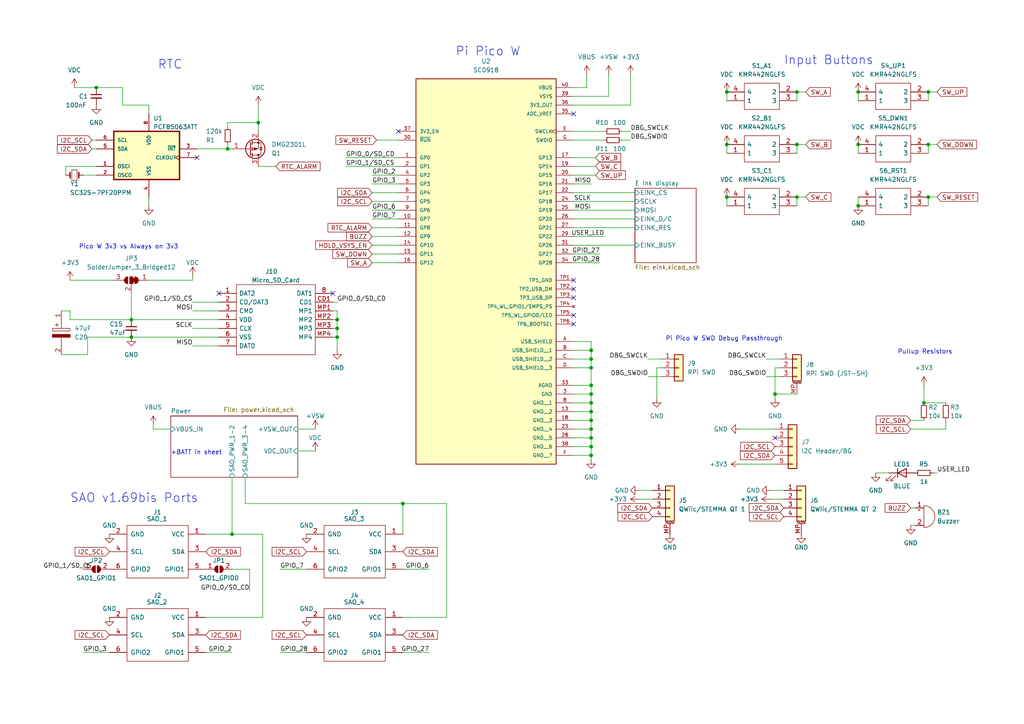
<source format=kicad_sch>
(kicad_sch (version 20211123) (generator eeschema)
  (paper "A4")
  (lib_symbols
    (symbol "Connector_Generic:Conn_01x03" (pin_names (offset 1.016) hide)
      (property "Reference" "J" (at 0 5.08 0))
      (property "Value" "Conn_01x03" (at 0 -5.08 0))
      (symbol "Conn_01x03_1_1"
        (pin passive line (at -5.08 2.54 0) (length 3.81) (name "Pin_1") (number "1"))
        (pin passive line (at -5.08 0 0) (length 3.81) (name "Pin_2") (number "2"))
        (pin passive line (at -5.08 -2.54 0) (length 3.81) (name "Pin_3") (number "3"))
      )
    )
    (symbol "Connector_Generic:Conn_01x05" (pin_names (offset 1.016) hide)
      (property "Reference" "J" (at 0 7.62 0))
      (property "Value" "Conn_01x05" (at 0 -7.62 0))
      (symbol "Conn_01x05_1_1"
        (pin passive line (at -5.08 5.08 0) (length 3.81) (name "Pin_1") (number "1"))
        (pin passive line (at -5.08 2.54 0) (length 3.81) (name "Pin_2") (number "2"))
        (pin passive line (at -5.08 0 0) (length 3.81) (name "Pin_3") (number "3"))
        (pin passive line (at -5.08 -2.54 0) (length 3.81) (name "Pin_4") (number "4"))
        (pin passive line (at -5.08 -5.08 0) (length 3.81) (name "Pin_5") (number "5"))
      )
    )
    (symbol "Connector_Generic_MountingPin:Conn_01x03_MountingPin" (pin_names (offset 1.016) hide)
      (property "Reference" "J" (at 0 5.08 0))
      (property "Value" "Conn_01x03_MountingPin" (at 1.27 -5.08 0))
      (symbol "Conn_01x03_MountingPin_1_1"
        (text "Mounting" (at 0 -4.191 0) (effects (font (size 0.381 0.381))))
        (pin passive line (at -5.08 2.54 0) (length 3.81) (name "Pin_1") (number "1"))
        (pin passive line (at -5.08 0 0) (length 3.81) (name "Pin_2") (number "2"))
        (pin passive line (at -5.08 -2.54 0) (length 3.81) (name "Pin_3") (number "3"))
        (pin passive line (at 0 -7.62 90) (length 3.048) (name "MountPin") (number "MP"))
      )
    )
    (symbol "Connector_Generic_MountingPin:Conn_01x04_MountingPin" (pin_names (offset 1.016) hide)
      (property "Reference" "J" (at 0 5.08 0))
      (property "Value" "Conn_01x04_MountingPin" (at 1.27 -7.62 0))
      (symbol "Conn_01x04_MountingPin_1_1"
        (text "Mounting" (at 0 -6.731 0) (effects (font (size 0.381 0.381))))
        (pin passive line (at -5.08 2.54 0) (length 3.81) (name "Pin_1") (number "1"))
        (pin passive line (at -5.08 0 0) (length 3.81) (name "Pin_2") (number "2"))
        (pin passive line (at -5.08 -2.54 0) (length 3.81) (name "Pin_3") (number "3"))
        (pin passive line (at -5.08 -5.08 0) (length 3.81) (name "Pin_4") (number "4"))
        (pin passive line (at 0 -10.16 90) (length 3.048) (name "MountPin") (number "MP"))
      )
    )
    (symbol "Device:Buzzer" (pin_names (offset 0.0254) hide)
      (property "Reference" "BZ" (at 3.81 1.27 0))
      (property "Value" "Buzzer" (at 3.81 -1.27 0))
      (symbol "Buzzer_1_1"
        (pin passive line (at -2.54 2.54 0) (length 2.54) (name "-") (number "1"))
        (pin passive line (at -2.54 -2.54 0) (length 2.54) (name "+") (number "2"))
      )
    )
    (symbol "Device:C_Small" (pin_numbers hide) (pin_names (offset 0.254) hide)
      (property "Reference" "C" (at 0.254 1.778 0))
      (property "Value" "C_Small" (at 0.254 -2.032 0))
      (symbol "C_Small_1_1"
        (pin passive line (at 0 2.54 270) (length 2.032) (name "~") (number "1"))
        (pin passive line (at 0 -2.54 90) (length 2.032) (name "~") (number "2"))
      )
    )
    (symbol "Device:Crystal_Small" (pin_numbers hide) (pin_names (offset 1.016) hide)
      (property "Reference" "Y" (at 0 2.54 0))
      (property "Value" "Crystal_Small" (at 0 -2.54 0))
      (symbol "Crystal_Small_1_1"
        (pin passive line (at -2.54 0 0) (length 1.27) (name "1") (number "1"))
        (pin passive line (at 2.54 0 180) (length 1.27) (name "2") (number "2"))
      )
    )
    (symbol "Device:LED" (pin_numbers hide) (pin_names (offset 1.016) hide)
      (property "Reference" "D" (at 0 2.54 0))
      (property "Value" "LED" (at 0 -2.54 0))
      (symbol "LED_1_1"
        (pin passive line (at -3.81 0 0) (length 2.54) (name "K") (number "1"))
        (pin passive line (at 3.81 0 180) (length 2.54) (name "A") (number "2"))
      )
    )
    (symbol "Device:R_Small" (pin_numbers hide) (pin_names (offset 0.254) hide)
      (property "Reference" "R" (at 0.762 0.508 0))
      (property "Value" "R_Small" (at 0.762 -1.016 0))
      (symbol "R_Small_1_1"
        (pin passive line (at 0 2.54 270) (length 0.762) (name "~") (number "1"))
        (pin passive line (at 0 -2.54 90) (length 0.762) (name "~") (number "2"))
      )
    )
    (symbol "Jumper:SolderJumper_2_Open" (pin_names (offset 0) hide)
      (property "Reference" "JP" (at 0 2.032 0))
      (property "Value" "SolderJumper_2_Open" (at 0 -2.54 0))
      (symbol "SolderJumper_2_Open_1_1"
        (pin passive line (at -3.81 0 0) (length 2.54) (name "A") (number "1"))
        (pin passive line (at 3.81 0 180) (length 2.54) (name "B") (number "2"))
      )
    )
    (symbol "Jumper:SolderJumper_3_Bridged12" (pin_names (offset 0) hide)
      (property "Reference" "JP" (at -2.54 -2.54 0))
      (property "Value" "SolderJumper_3_Bridged12" (at 0 2.794 0))
      (symbol "SolderJumper_3_Bridged12_1_1"
        (pin passive line (at -5.08 0 0) (length 2.54) (name "A") (number "1"))
        (pin passive line (at 0 -3.81 90) (length 2.54) (name "C") (number "2"))
        (pin passive line (at 5.08 0 180) (length 2.54) (name "B") (number "3"))
      )
    )
    (symbol "PCF85063ATT:PCF85063ATT{slash}AJ" (pin_names (offset 1.016))
      (property "Reference" "U" (at 1.27 19.05 0))
      (property "Value" "PCF85063ATT{slash}AJ" (at 1.27 16.51 0))
      (symbol "PCF85063ATT{slash}AJ_0_0"
        (pin input line (at -15.24 5.08 0) (length 5.08) (name "OSCI") (number "1"))
        (pin output line (at -15.24 2.54 0) (length 5.08) (name "OSCO") (number "2"))
        (pin output line (at 13.97 10.16 180) (length 5.08) (name "~{INT}") (number "3"))
        (pin power_in line (at 0 -3.81 90) (length 5.08) (name "VSS") (number "4"))
        (pin bidirectional line (at -15.24 10.16 0) (length 5.08) (name "SDA") (number "5"))
        (pin input line (at -15.24 12.7 0) (length 5.08) (name "SCL") (number "6"))
        (pin output clock (at 13.97 7.62 180) (length 5.08) (name "CLKOUT") (number "7"))
        (pin power_in line (at 0 20.32 270) (length 5.08) (name "VDD") (number "8"))
      )
    )
    (symbol "SAOv1.69bis:Badgelife_sao_connector_v169bis" (pin_names (offset 1.016))
      (property "Reference" "X" (at 0 0 0))
      (property "Value" "Badgelife_sao_connector_v169bis" (at 0 20.32 0))
      (symbol "Badgelife_sao_connector_v169bis_1_1"
        (pin input line (at -5.08 13.97 270) (length 5.08) (name "VCC") (number "1"))
        (pin input line (at -5.08 -13.97 90) (length 5.08) (name "GND") (number "2"))
        (pin input line (at 0 13.97 270) (length 5.08) (name "SDA") (number "3"))
        (pin input line (at 0 -13.97 90) (length 5.08) (name "SCL") (number "4"))
        (pin input line (at 5.08 13.97 270) (length 5.08) (name "GPIO1") (number "5"))
        (pin input line (at 5.08 -13.97 90) (length 5.08) (name "GPIO2") (number "6"))
      )
    )
    (symbol "SC0918:SC0918" (pin_names (offset 1.016))
      (property "Reference" "U" (at -20.32 43.942 0))
      (property "Value" "SC0918" (at -20.32 -71.12 0))
      (symbol "SC0918_0_0"
        (pin bidirectional line (at -25.4 20.32 0) (length 5.08) (name "GP0") (number "1"))
        (pin bidirectional line (at -25.4 2.54 0) (length 5.08) (name "GP7") (number "10"))
        (pin bidirectional line (at -25.4 0 0) (length 5.08) (name "GP8") (number "11"))
        (pin bidirectional line (at -25.4 -2.54 0) (length 5.08) (name "GP9") (number "12"))
        (pin power_in line (at 25.4 -53.34 180) (length 5.08) (name "GND__2") (number "13"))
        (pin bidirectional line (at -25.4 -5.08 0) (length 5.08) (name "GP10") (number "14"))
        (pin bidirectional line (at -25.4 -7.62 0) (length 5.08) (name "GP11") (number "15"))
        (pin bidirectional line (at -25.4 -10.16 0) (length 5.08) (name "GP12") (number "16"))
        (pin bidirectional line (at 25.4 20.32 180) (length 5.08) (name "GP13") (number "17"))
        (pin power_in line (at 25.4 -55.88 180) (length 5.08) (name "GND__3") (number "18"))
        (pin bidirectional line (at 25.4 17.78 180) (length 5.08) (name "GP14") (number "19"))
        (pin bidirectional line (at -25.4 17.78 0) (length 5.08) (name "GP1") (number "2"))
        (pin bidirectional line (at 25.4 15.24 180) (length 5.08) (name "GP15") (number "20"))
        (pin bidirectional line (at 25.4 12.7 180) (length 5.08) (name "GP16") (number "21"))
        (pin bidirectional line (at 25.4 10.16 180) (length 5.08) (name "GP17") (number "22"))
        (pin power_in line (at 25.4 -58.42 180) (length 5.08) (name "GND__4") (number "23"))
        (pin bidirectional line (at 25.4 7.62 180) (length 5.08) (name "GP18") (number "24"))
        (pin bidirectional line (at 25.4 5.08 180) (length 5.08) (name "GP19") (number "25"))
        (pin bidirectional line (at 25.4 2.54 180) (length 5.08) (name "GP20") (number "26"))
        (pin bidirectional line (at 25.4 0 180) (length 5.08) (name "GP21") (number "27"))
        (pin power_in line (at 25.4 -60.96 180) (length 5.08) (name "GND__5") (number "28"))
        (pin bidirectional line (at 25.4 -2.54 180) (length 5.08) (name "GP22") (number "29"))
        (pin power_in line (at 25.4 -48.26 180) (length 5.08) (name "GND") (number "3"))
        (pin input line (at -25.4 25.4 0) (length 5.08) (name "~{RUN}") (number "30"))
        (pin bidirectional line (at 25.4 -5.08 180) (length 5.08) (name "GP26") (number "31"))
        (pin bidirectional line (at 25.4 -7.62 180) (length 5.08) (name "GP27") (number "32"))
        (pin power_in line (at 25.4 -45.72 180) (length 5.08) (name "AGND") (number "33"))
        (pin bidirectional line (at 25.4 -10.16 180) (length 5.08) (name "GP28") (number "34"))
        (pin power_in line (at 25.4 33.02 180) (length 5.08) (name "ADC_VREF") (number "35"))
        (pin power_out line (at 25.4 35.56 180) (length 5.08) (name "3V3_OUT") (number "36"))
        (pin input line (at -25.4 27.94 0) (length 5.08) (name "3V3_EN") (number "37"))
        (pin power_in line (at 25.4 -63.5 180) (length 5.08) (name "GND__6") (number "38"))
        (pin power_in line (at 25.4 38.1 180) (length 5.08) (name "VSYS") (number "39"))
        (pin bidirectional line (at -25.4 15.24 0) (length 5.08) (name "GP2") (number "4"))
        (pin power_out line (at 25.4 40.64 180) (length 5.08) (name "VBUS") (number "40"))
        (pin bidirectional line (at -25.4 12.7 0) (length 5.08) (name "GP3") (number "5"))
        (pin bidirectional line (at -25.4 10.16 0) (length 5.08) (name "GP4") (number "6"))
        (pin bidirectional line (at -25.4 7.62 0) (length 5.08) (name "GP5") (number "7"))
        (pin power_in line (at 25.4 -50.8 180) (length 5.08) (name "GND__1") (number "8"))
        (pin bidirectional line (at -25.4 5.08 0) (length 5.08) (name "GP6") (number "9"))
        (pin power_in line (at 25.4 -33.02 180) (length 5.08) (name "USB_SHIELD") (number "A"))
        (pin power_in line (at 25.4 -35.56 180) (length 5.08) (name "USB_SHIELD__1") (number "B"))
        (pin power_in line (at 25.4 -38.1 180) (length 5.08) (name "USB_SHIELD__2") (number "C"))
        (pin power_in line (at 25.4 -40.64 180) (length 5.08) (name "USB_SHIELD__3") (number "D"))
        (pin input clock (at 25.4 27.94 180) (length 5.08) (name "SWCLK") (number "E"))
        (pin power_in line (at 25.4 -66.04 180) (length 5.08) (name "GND__7") (number "F"))
        (pin bidirectional line (at 25.4 25.4 180) (length 5.08) (name "SWDIO") (number "G"))
        (pin power_in line (at 25.4 -15.24 180) (length 5.08) (name "TP1_GND") (number "TP1"))
        (pin bidirectional line (at 25.4 -17.78 180) (length 5.08) (name "TP2_USB_DM") (number "TP2"))
        (pin bidirectional line (at 25.4 -20.32 180) (length 5.08) (name "TP3_USB_DP") (number "TP3"))
        (pin no_connect line (at 25.4 -22.86 180) (length 5.08) (name "TP4_WL_GPIO1/SMPS_PS") (number "TP4"))
        (pin output line (at 25.4 -25.4 180) (length 5.08) (name "TP5_WL_GPIO0/LED") (number "TP5"))
        (pin input line (at 25.4 -27.94 180) (length 5.08) (name "TP6_BOOTSEL") (number "TP6"))
      )
    )
    (symbol "SamacSys_Parts:HHXC250ARA470MF61G" (pin_names (offset 0.762))
      (property "Reference" "C" (at 8.89 6.35 0))
      (property "Value" "HHXC250ARA470MF61G" (at 8.89 3.81 0))
      (symbol "HHXC250ARA470MF61G_0_0"
        (pin passive line (at 0 0 0) (length 2.54) (name "~") (number "1"))
        (pin passive line (at 12.7 0 180) (length 2.54) (name "~") (number "2"))
      )
    )
    (symbol "SamacSys_Parts:KMR442NGLFS" (pin_names (offset 0.762))
      (property "Reference" "S_A" (at 10.16 7.62 0))
      (property "Value" "KMR442NGLFS" (at 10.16 5.08 0))
      (symbol "KMR442NGLFS_0_0"
        (pin passive line (at 0 -2.54 0) (length 5.08) (name "1") (number "1"))
        (pin passive line (at 20.32 0 180) (length 5.08) (name "2") (number "2"))
        (pin passive line (at 20.32 -2.54 180) (length 5.08) (name "3") (number "3"))
        (pin passive line (at 0 0 0) (length 5.08) (name "4") (number "4"))
      )
    )
    (symbol "SamacSys_Parts:TF-101A-P3" (pin_names (offset 0.762))
      (property "Reference" "J" (at 29.21 7.62 0))
      (property "Value" "TF-101A-P3" (at 29.21 5.08 0))
      (symbol "TF-101A-P3_0_0"
        (pin passive line (at 0 0 0) (length 5.08) (name "DAT2") (number "1"))
        (pin passive line (at 0 -2.54 0) (length 5.08) (name "CD/DAT3") (number "2"))
        (pin passive line (at 0 -5.08 0) (length 5.08) (name "CMD") (number "3"))
        (pin passive line (at 0 -7.62 0) (length 5.08) (name "VDD") (number "4"))
        (pin passive line (at 0 -10.16 0) (length 5.08) (name "CLX") (number "5"))
        (pin passive line (at 0 -12.7 0) (length 5.08) (name "VSS") (number "6"))
        (pin passive line (at 0 -15.24 0) (length 5.08) (name "DAT0") (number "7"))
        (pin passive line (at 33.02 0 180) (length 5.08) (name "DAT1") (number "8"))
        (pin passive line (at 33.02 -2.54 180) (length 5.08) (name "CD1") (number "CD1"))
        (pin passive line (at 33.02 -5.08 180) (length 5.08) (name "MP1") (number "MP1"))
        (pin passive line (at 33.02 -7.62 180) (length 5.08) (name "MP2") (number "MP2"))
        (pin passive line (at 33.02 -10.16 180) (length 5.08) (name "MP3") (number "MP3"))
        (pin passive line (at 33.02 -12.7 180) (length 5.08) (name "MP4") (number "MP4"))
      )
    )
    (symbol "Transistor_FET:DMG2301L" (pin_names hide)
      (property "Reference" "Q" (at 5.08 1.905 0))
      (property "Value" "DMG2301L" (at 5.08 0 0))
      (symbol "DMG2301L_1_1"
        (pin input line (at -5.08 0 0) (length 2.54) (name "G") (number "1"))
        (pin passive line (at 2.54 -5.08 90) (length 2.54) (name "S") (number "2"))
        (pin passive line (at 2.54 5.08 270) (length 2.54) (name "D") (number "3"))
      )
    )
    (symbol "power:+3V3" (power) (pin_names (offset 0))
      (property "Value" "+3V3" (at 0 3.556 0))
      (symbol "+3V3_1_1"
        (pin power_in line (at 0 0 90) (length 0) hide (name "+3V3") (number "1"))
      )
    )
    (symbol "power:+VSW" (power) (pin_names (offset 0))
      (property "Value" "+VSW" (at 0 3.556 0))
      (symbol "+VSW_1_1"
        (pin power_in line (at 0 0 90) (length 0) hide (name "+VSW") (number "1"))
      )
    )
    (symbol "power:GND" (power) (pin_names (offset 0))
      (property "Value" "GND" (at 0 -3.81 0))
      (symbol "GND_1_1"
        (pin power_in line (at 0 0 270) (length 0) hide (name "GND") (number "1"))
      )
    )
    (symbol "power:VBUS" (power) (pin_names (offset 0))
      (property "Value" "VBUS" (at 0 3.81 0))
      (symbol "VBUS_1_1"
        (pin power_in line (at 0 0 90) (length 0) hide (name "VBUS") (number "1"))
      )
    )
    (symbol "power:VDC" (power) (pin_names (offset 0))
      (property "Value" "VDC" (at 0 6.35 0))
      (symbol "VDC_1_1"
        (pin power_in line (at 0 0 90) (length 0) hide (name "VDC") (number "1"))
      )
    )
  )
  (junction (at 248.92 26.67))
  (junction (at 67.31 154.94))
  (junction (at 248.92 59.69))
  (junction (at 248.92 41.91))
  (junction (at 97.79 95.25))
  (junction (at 116.84 146.05))
  (junction (at 210.82 57.15))
  (junction (at 171.45 101.6))
  (junction (at 231.14 41.91))
  (junction (at 224.79 114.3))
  (junction (at 171.45 111.76))
  (junction (at 231.14 57.15))
  (junction (at 171.45 132.08))
  (junction (at 171.45 104.14))
  (junction (at 269.24 57.15))
  (junction (at 38.1 97.79))
  (junction (at 38.1 92.71))
  (junction (at 97.79 92.71))
  (junction (at 210.82 41.91))
  (junction (at 171.45 119.38))
  (junction (at 171.45 129.54))
  (junction (at 231.14 26.67))
  (junction (at 66.04 43.18))
  (junction (at 267.97 116.84))
  (junction (at 210.82 26.67))
  (junction (at 171.45 127))
  (junction (at 171.45 114.3))
  (junction (at 74.93 35.56))
  (junction (at 171.45 121.92))
  (junction (at 171.45 116.84))
  (junction (at 27.94 25.4))
  (junction (at 97.79 97.79))
  (junction (at 269.24 41.91))
  (junction (at 171.45 106.68))
  (junction (at 171.45 124.46))
  (junction (at 269.24 26.67))
  (no_connect (at 57.15 45.72))
  (no_connect (at 63.5 85.09))
  (no_connect (at 166.37 86.36))
  (no_connect (at 115.57 38.1))
  (no_connect (at 166.37 83.82))
  (no_connect (at 166.37 81.28))
  (no_connect (at 96.52 85.09))
  (no_connect (at 166.37 91.44))
  (no_connect (at 166.37 33.02))
  (no_connect (at 224.79 127))
  (no_connect (at 166.37 93.98))
  (wire (pts (xy 182.88 30.48) (xy 182.88 21.59)))
  (wire (pts (xy 166.37 55.88) (xy 184.15 55.88)))
  (wire (pts (xy 231.14 26.67) (xy 233.68 26.67)))
  (wire (pts (xy 24.13 50.8) (xy 27.94 50.8)))
  (wire (pts (xy 44.45 124.46) (xy 49.53 124.46)))
  (wire (pts (xy 231.14 114.3) (xy 224.79 114.3)))
  (wire (pts (xy 72.39 171.45) (xy 72.39 165.1)))
  (wire (pts (xy 86.36 124.46) (xy 91.44 124.46)))
  (wire (pts (xy 264.16 147.32) (xy 265.43 147.32)))
  (wire (pts (xy 226.06 106.68) (xy 224.79 106.68)))
  (wire (pts (xy 166.37 63.5) (xy 184.15 63.5)))
  (wire (pts (xy 170.18 21.59) (xy 170.18 25.4)))
  (wire (pts (xy 264.16 124.46) (xy 274.32 124.46)))
  (wire (pts (xy 107.95 66.04) (xy 115.57 66.04)))
  (wire (pts (xy 19.05 48.26) (xy 27.94 48.26)))
  (wire (pts (xy 43.18 81.28) (xy 55.88 81.28)))
  (wire (pts (xy 107.95 76.2) (xy 115.57 76.2)))
  (wire (pts (xy 74.93 48.26) (xy 80.01 48.26)))
  (wire (pts (xy 26.67 40.64) (xy 27.94 40.64)))
  (wire (pts (xy 269.24 41.91) (xy 271.78 41.91)))
  (wire (pts (xy 24.13 189.23) (xy 31.75 189.23)))
  (wire (pts (xy 171.45 104.14) (xy 166.37 104.14)))
  (wire (pts (xy 171.45 121.92) (xy 171.45 124.46)))
  (wire (pts (xy 166.37 40.64) (xy 175.26 40.64)))
  (wire (pts (xy 96.52 92.71) (xy 97.79 92.71)))
  (wire (pts (xy 72.39 165.1) (xy 67.31 165.1)))
  (wire (pts (xy 166.37 99.06) (xy 171.45 99.06)))
  (wire (pts (xy 166.37 58.42) (xy 184.15 58.42)))
  (wire (pts (xy 116.84 179.07) (xy 129.54 179.07)))
  (wire (pts (xy 171.45 116.84) (xy 171.45 119.38)))
  (wire (pts (xy 17.78 102.87) (xy 25.4 102.87)))
  (wire (pts (xy 107.95 71.12) (xy 115.57 71.12)))
  (wire (pts (xy 267.97 116.84) (xy 274.32 116.84)))
  (wire (pts (xy 182.88 38.1) (xy 180.34 38.1)))
  (wire (pts (xy 35.56 30.48) (xy 35.56 25.4)))
  (wire (pts (xy 171.45 99.06) (xy 171.45 101.6)))
  (wire (pts (xy 35.56 30.48) (xy 43.18 30.48)))
  (wire (pts (xy 57.15 43.18) (xy 66.04 43.18)))
  (wire (pts (xy 224.79 114.3) (xy 224.79 115.57)))
  (wire (pts (xy 185.42 144.78) (xy 189.23 144.78)))
  (wire (pts (xy 166.37 116.84) (xy 171.45 116.84)))
  (wire (pts (xy 166.37 132.08) (xy 171.45 132.08)))
  (wire (pts (xy 248.92 26.67) (xy 248.92 29.21)))
  (wire (pts (xy 129.54 146.05) (xy 116.84 146.05)))
  (wire (pts (xy 254 137.16) (xy 257.81 137.16)))
  (wire (pts (xy 100.33 48.26) (xy 115.57 48.26)))
  (wire (pts (xy 44.45 123.19) (xy 44.45 124.46)))
  (wire (pts (xy 191.77 106.68) (xy 190.5 106.68)))
  (wire (pts (xy 224.79 106.68) (xy 224.79 114.3)))
  (wire (pts (xy 176.53 27.94) (xy 176.53 21.59)))
  (wire (pts (xy 171.45 114.3) (xy 171.45 116.84)))
  (wire (pts (xy 107.95 68.58) (xy 115.57 68.58)))
  (wire (pts (xy 171.45 129.54) (xy 171.45 132.08)))
  (wire (pts (xy 166.37 27.94) (xy 176.53 27.94)))
  (wire (pts (xy 214.63 124.46) (xy 224.79 124.46)))
  (wire (pts (xy 171.45 119.38) (xy 171.45 121.92)))
  (wire (pts (xy 67.31 154.94) (xy 76.2 154.94)))
  (wire (pts (xy 231.14 57.15) (xy 231.14 59.69)))
  (wire (pts (xy 171.45 127) (xy 171.45 129.54)))
  (wire (pts (xy 264.16 121.92) (xy 267.97 121.92)))
  (wire (pts (xy 107.95 53.34) (xy 115.57 53.34)))
  (wire (pts (xy 269.24 26.67) (xy 271.78 26.67)))
  (wire (pts (xy 171.45 111.76) (xy 171.45 114.3)))
  (wire (pts (xy 274.32 124.46) (xy 274.32 121.92)))
  (wire (pts (xy 67.31 189.23) (xy 59.69 189.23)))
  (wire (pts (xy 166.37 66.04) (xy 184.15 66.04)))
  (wire (pts (xy 166.37 50.8) (xy 172.72 50.8)))
  (wire (pts (xy 81.28 189.23) (xy 88.9 189.23)))
  (wire (pts (xy 38.1 97.79) (xy 63.5 97.79)))
  (wire (pts (xy 107.95 55.88) (xy 115.57 55.88)))
  (wire (pts (xy 171.45 101.6) (xy 171.45 104.14)))
  (wire (pts (xy 96.52 97.79) (xy 97.79 97.79)))
  (wire (pts (xy 166.37 124.46) (xy 171.45 124.46)))
  (wire (pts (xy 187.96 104.14) (xy 191.77 104.14)))
  (wire (pts (xy 166.37 127) (xy 171.45 127)))
  (wire (pts (xy 166.37 48.26) (xy 172.72 48.26)))
  (wire (pts (xy 166.37 71.12) (xy 184.15 71.12)))
  (wire (pts (xy 269.24 41.91) (xy 269.24 44.45)))
  (wire (pts (xy 43.18 33.02) (xy 43.18 30.48)))
  (wire (pts (xy 74.93 35.56) (xy 74.93 38.1)))
  (wire (pts (xy 20.32 92.71) (xy 38.1 92.71)))
  (wire (pts (xy 166.37 119.38) (xy 171.45 119.38)))
  (wire (pts (xy 97.79 95.25) (xy 97.79 97.79)))
  (wire (pts (xy 26.67 165.1) (xy 24.13 165.1)))
  (wire (pts (xy 214.63 134.62) (xy 224.79 134.62)))
  (wire (pts (xy 166.37 53.34) (xy 171.45 53.34)))
  (wire (pts (xy 66.04 35.56) (xy 66.04 36.83)))
  (wire (pts (xy 166.37 101.6) (xy 171.45 101.6)))
  (wire (pts (xy 43.18 57.15) (xy 43.18 59.69)))
  (wire (pts (xy 71.12 138.43) (xy 71.12 146.05)))
  (wire (pts (xy 107.95 60.96) (xy 115.57 60.96)))
  (wire (pts (xy 231.14 41.91) (xy 231.14 44.45)))
  (wire (pts (xy 166.37 38.1) (xy 175.26 38.1)))
  (wire (pts (xy 171.45 104.14) (xy 171.45 106.68)))
  (wire (pts (xy 55.88 87.63) (xy 63.5 87.63)))
  (wire (pts (xy 269.24 57.15) (xy 269.24 59.69)))
  (wire (pts (xy 166.37 60.96) (xy 184.15 60.96)))
  (wire (pts (xy 55.88 95.25) (xy 63.5 95.25)))
  (wire (pts (xy 166.37 129.54) (xy 171.45 129.54)))
  (wire (pts (xy 25.4 97.79) (xy 38.1 97.79)))
  (wire (pts (xy 97.79 97.79) (xy 97.79 101.6)))
  (wire (pts (xy 107.95 63.5) (xy 115.57 63.5)))
  (wire (pts (xy 210.82 57.15) (xy 210.82 59.69)))
  (wire (pts (xy 269.24 57.15) (xy 271.78 57.15)))
  (wire (pts (xy 96.52 90.17) (xy 97.79 90.17)))
  (wire (pts (xy 20.32 92.71) (xy 20.32 90.17)))
  (wire (pts (xy 270.51 137.16) (xy 271.78 137.16)))
  (wire (pts (xy 109.22 40.64) (xy 115.57 40.64)))
  (wire (pts (xy 267.97 111.76) (xy 267.97 116.84)))
  (wire (pts (xy 116.84 146.05) (xy 116.84 154.94)))
  (wire (pts (xy 185.42 142.24) (xy 189.23 142.24)))
  (wire (pts (xy 182.88 40.64) (xy 180.34 40.64)))
  (wire (pts (xy 231.14 26.67) (xy 231.14 29.21)))
  (wire (pts (xy 187.96 109.22) (xy 191.77 109.22)))
  (wire (pts (xy 71.12 146.05) (xy 116.84 146.05)))
  (wire (pts (xy 35.56 25.4) (xy 27.94 25.4)))
  (wire (pts (xy 20.32 90.17) (xy 17.78 90.17)))
  (wire (pts (xy 124.46 189.23) (xy 116.84 189.23)))
  (wire (pts (xy 19.05 48.26) (xy 19.05 50.8)))
  (wire (pts (xy 76.2 154.94) (xy 76.2 179.07)))
  (wire (pts (xy 222.25 104.14) (xy 226.06 104.14)))
  (wire (pts (xy 269.24 26.67) (xy 269.24 29.21)))
  (wire (pts (xy 166.37 111.76) (xy 171.45 111.76)))
  (wire (pts (xy 21.59 25.4) (xy 27.94 25.4)))
  (wire (pts (xy 171.45 132.08) (xy 171.45 133.35)))
  (wire (pts (xy 107.95 73.66) (xy 115.57 73.66)))
  (wire (pts (xy 97.79 92.71) (xy 97.79 95.25)))
  (wire (pts (xy 67.31 154.94) (xy 59.69 154.94)))
  (wire (pts (xy 231.14 41.91) (xy 233.68 41.91)))
  (wire (pts (xy 129.54 179.07) (xy 129.54 146.05)))
  (wire (pts (xy 171.45 124.46) (xy 171.45 127)))
  (wire (pts (xy 55.88 90.17) (xy 63.5 90.17)))
  (wire (pts (xy 166.37 68.58) (xy 175.26 68.58)))
  (wire (pts (xy 55.88 100.33) (xy 63.5 100.33)))
  (wire (pts (xy 76.2 179.07) (xy 59.69 179.07)))
  (wire (pts (xy 248.92 41.91) (xy 248.92 44.45)))
  (wire (pts (xy 55.88 81.28) (xy 55.88 80.01)))
  (wire (pts (xy 107.95 50.8) (xy 115.57 50.8)))
  (wire (pts (xy 223.52 142.24) (xy 227.33 142.24)))
  (wire (pts (xy 166.37 30.48) (xy 182.88 30.48)))
  (wire (pts (xy 81.28 165.1) (xy 88.9 165.1)))
  (wire (pts (xy 166.37 114.3) (xy 171.45 114.3)))
  (wire (pts (xy 66.04 43.18) (xy 67.31 43.18)))
  (wire (pts (xy 96.52 87.63) (xy 97.79 87.63)))
  (wire (pts (xy 190.5 106.68) (xy 190.5 115.57)))
  (wire (pts (xy 124.46 165.1) (xy 116.84 165.1)))
  (wire (pts (xy 38.1 85.09) (xy 38.1 92.71)))
  (wire (pts (xy 210.82 26.67) (xy 210.82 29.21)))
  (wire (pts (xy 100.33 45.72) (xy 115.57 45.72)))
  (wire (pts (xy 86.36 130.81) (xy 91.44 130.81)))
  (wire (pts (xy 96.52 95.25) (xy 97.79 95.25)))
  (wire (pts (xy 166.37 106.68) (xy 171.45 106.68)))
  (wire (pts (xy 166.37 121.92) (xy 171.45 121.92)))
  (wire (pts (xy 173.99 73.66) (xy 166.37 73.66)))
  (wire (pts (xy 222.25 109.22) (xy 226.06 109.22)))
  (wire (pts (xy 210.82 41.91) (xy 210.82 44.45)))
  (wire (pts (xy 67.31 138.43) (xy 67.31 154.94)))
  (wire (pts (xy 166.37 45.72) (xy 172.72 45.72)))
  (wire (pts (xy 107.95 58.42) (xy 115.57 58.42)))
  (wire (pts (xy 248.92 57.15) (xy 248.92 59.69)))
  (wire (pts (xy 171.45 106.68) (xy 171.45 111.76)))
  (wire (pts (xy 66.04 35.56) (xy 74.93 35.56)))
  (wire (pts (xy 173.99 76.2) (xy 166.37 76.2)))
  (wire (pts (xy 66.04 41.91) (xy 66.04 43.18)))
  (wire (pts (xy 170.18 25.4) (xy 166.37 25.4)))
  (wire (pts (xy 25.4 102.87) (xy 25.4 97.79)))
  (wire (pts (xy 264.16 152.4) (xy 265.43 152.4)))
  (wire (pts (xy 74.93 30.48) (xy 74.93 35.56)))
  (wire (pts (xy 26.67 43.18) (xy 27.94 43.18)))
  (wire (pts (xy 38.1 92.71) (xy 63.5 92.71)))
  (wire (pts (xy 20.32 81.28) (xy 33.02 81.28)))
  (wire (pts (xy 97.79 90.17) (xy 97.79 92.71)))
  (wire (pts (xy 223.52 144.78) (xy 227.33 144.78)))
  (wire (pts (xy 231.14 57.15) (xy 233.68 57.15)))
  (text "RTC" (at 45.72 20.32 0) (effects (font (size 2.54 2.54)) (justify left bottom)))
  (text "SAO v1.69bis Ports\n" (at 20.32 146.05 0) (effects (font (size 2.54 2.54)) (justify left bottom)))
  (text "Pullup Resistors\n" (at 260.35 102.87 0) (effects (font (size 1.27 1.27)) (justify left bottom)))
  (text "+BATT in sheet" (at 49.53 132.08 0) (effects (font (size 1.27 1.27)) (justify left bottom)))
  (text "Input Buttons\n" (at 227.33 19.05 0) (effects (font (size 2.54 2.54)) (justify left bottom)))
  (text "Pico W 3v3 vs Always on 3v3" (at 22.86 72.39 0) (effects (font (size 1.27 1.27)) (justify left bottom)))
  (text "Pi Pico W\n" (at 132.08 16.51 0) (effects (font (size 2.54 2.54)) (justify left bottom)))
  (text "Pi Pico W SWD Debug Passthrough" (at 193.04 99.06 0) (effects (font (size 1.27 1.27)) (justify left bottom)))
  (label "MISO" (at 171.45 53.34 180))
  (label "GPIO_1{slash}SD_CS" (at 55.88 87.63 180))
  (label "GPIO_3" (at 107.95 53.34 0))
  (label "DBG_SWCLK" (at 187.96 104.14 180))
  (label "DBG_SWDIO" (at 182.88 40.64 0))
  (label "GPIO_0{slash}SD_CD" (at 97.79 87.63 0))
  (label "MOSI" (at 171.45 60.96 180))
  (label "GPIO_6" (at 107.95 60.96 0))
  (label "GPIO_2" (at 107.95 50.8 0))
  (label "GPIO_27" (at 173.99 73.66 180))
  (label "GPIO_1{slash}SD_CS" (at 26.67 165.1 180))
  (label "SCLK" (at 171.45 58.42 180))
  (label "GPIO_27" (at 124.46 189.23 180))
  (label "GPIO_7" (at 81.28 165.1 0))
  (label "GPIO_1{slash}SD_CS" (at 100.33 48.26 0))
  (label "MOSI" (at 55.88 90.17 180))
  (label "GPIO_3" (at 24.13 189.23 0))
  (label "GPIO_2" (at 67.31 189.23 180))
  (label "SCLK" (at 55.88 95.25 180))
  (label "MISO" (at 55.88 100.33 180))
  (label "USER_LED" (at 175.26 68.58 180))
  (label "GPIO_28" (at 81.28 189.23 0))
  (label "GPIO_7" (at 107.95 63.5 0))
  (label "DBG_SWDIO" (at 222.25 109.22 180))
  (label "USER_LED" (at 271.78 137.16 0))
  (label "DBG_SWDIO" (at 187.96 109.22 180))
  (label "GPIO_28" (at 173.99 76.2 180))
  (label "GPIO_0{slash}SD_CD" (at 100.33 45.72 0))
  (label "DBG_SWCLK" (at 182.88 38.1 0))
  (label "DBG_SWCLK" (at 222.25 104.14 180))
  (label "GPIO_0{slash}SD_CD" (at 72.39 171.45 180))
  (label "GPIO_6" (at 124.46 165.1 180))
  (global_label "I2C_SDA" (shape input) (at 107.95 55.88 180) (property "Intersheet References" "${INTERSHEET_REFS}" (effects hide)))
  (global_label "BUZZ" (shape input) (at 107.95 68.58 180) (property "Intersheet References" "${INTERSHEET_REFS}" (effects hide)))
  (global_label "I2C_SDA" (shape input) (at 116.84 160.02 0) (property "Intersheet References" "${INTERSHEET_REFS}" (effects hide)))
  (global_label "SW_UP" (shape input) (at 172.72 50.8 0) (property "Intersheet References" "${INTERSHEET_REFS}" (effects hide)))
  (global_label "RTC_ALARM" (shape input) (at 107.95 66.04 180) (property "Intersheet References" "${INTERSHEET_REFS}" (effects hide)))
  (global_label "SW_UP" (shape input) (at 271.78 26.67 0) (property "Intersheet References" "${INTERSHEET_REFS}" (effects hide)))
  (global_label "SW_C" (shape input) (at 233.68 57.15 0) (property "Intersheet References" "${INTERSHEET_REFS}" (effects hide)))
  (global_label "SW_C" (shape input) (at 172.72 48.26 0) (property "Intersheet References" "${INTERSHEET_REFS}" (effects hide)))
  (global_label "I2C_SCL" (shape input) (at 26.67 40.64 180) (property "Intersheet References" "${INTERSHEET_REFS}" (effects hide)))
  (global_label "I2C_SCL" (shape input) (at 88.9 160.02 180) (property "Intersheet References" "${INTERSHEET_REFS}" (effects hide)))
  (global_label "SW_DOWN" (shape input) (at 107.95 73.66 180) (property "Intersheet References" "${INTERSHEET_REFS}" (effects hide)))
  (global_label "I2C_SDA" (shape input) (at 224.79 132.08 180) (property "Intersheet References" "${INTERSHEET_REFS}" (effects hide)))
  (global_label "I2C_SCL" (shape input) (at 189.23 149.86 180) (property "Intersheet References" "${INTERSHEET_REFS}" (effects hide)))
  (global_label "I2C_SCL" (shape input) (at 88.9 184.15 180) (property "Intersheet References" "${INTERSHEET_REFS}" (effects hide)))
  (global_label "I2C_SDA" (shape input) (at 264.16 121.92 180) (property "Intersheet References" "${INTERSHEET_REFS}" (effects hide)))
  (global_label "I2C_SCL" (shape input) (at 224.79 129.54 180) (property "Intersheet References" "${INTERSHEET_REFS}" (effects hide)))
  (global_label "I2C_SDA" (shape input) (at 59.69 160.02 0) (property "Intersheet References" "${INTERSHEET_REFS}" (effects hide)))
  (global_label "I2C_SCL" (shape input) (at 107.95 58.42 180) (property "Intersheet References" "${INTERSHEET_REFS}" (effects hide)))
  (global_label "I2C_SCL" (shape input) (at 31.75 160.02 180) (property "Intersheet References" "${INTERSHEET_REFS}" (effects hide)))
  (global_label "SW_DOWN" (shape input) (at 271.78 41.91 0) (property "Intersheet References" "${INTERSHEET_REFS}" (effects hide)))
  (global_label "SW_B" (shape input) (at 172.72 45.72 0) (property "Intersheet References" "${INTERSHEET_REFS}" (effects hide)))
  (global_label "RTC_ALARM" (shape input) (at 80.01 48.26 0) (property "Intersheet References" "${INTERSHEET_REFS}" (effects hide)))
  (global_label "I2C_SDA" (shape input) (at 227.33 147.32 180) (property "Intersheet References" "${INTERSHEET_REFS}" (effects hide)))
  (global_label "I2C_SCL" (shape input) (at 227.33 149.86 180) (property "Intersheet References" "${INTERSHEET_REFS}" (effects hide)))
  (global_label "SW_A" (shape input) (at 233.68 26.67 0) (property "Intersheet References" "${INTERSHEET_REFS}" (effects hide)))
  (global_label "I2C_SDA" (shape input) (at 26.67 43.18 180) (property "Intersheet References" "${INTERSHEET_REFS}" (effects hide)))
  (global_label "SW_A" (shape input) (at 107.95 76.2 180) (property "Intersheet References" "${INTERSHEET_REFS}" (effects hide)))
  (global_label "HOLD_VSYS_EN" (shape input) (at 107.95 71.12 180) (property "Intersheet References" "${INTERSHEET_REFS}" (effects hide)))
  (global_label "SW_RESET" (shape input) (at 109.22 40.64 180) (property "Intersheet References" "${INTERSHEET_REFS}" (effects hide)))
  (global_label "I2C_SDA" (shape input) (at 59.69 184.15 0) (property "Intersheet References" "${INTERSHEET_REFS}" (effects hide)))
  (global_label "BUZZ" (shape input) (at 264.16 147.32 180) (property "Intersheet References" "${INTERSHEET_REFS}" (effects hide)))
  (global_label "I2C_SCL" (shape input) (at 264.16 124.46 180) (property "Intersheet References" "${INTERSHEET_REFS}" (effects hide)))
  (global_label "I2C_SDA" (shape input) (at 189.23 147.32 180) (property "Intersheet References" "${INTERSHEET_REFS}" (effects hide)))
  (global_label "SW_RESET" (shape input) (at 271.78 57.15 0) (property "Intersheet References" "${INTERSHEET_REFS}" (effects hide)))
  (global_label "SW_B" (shape input) (at 233.68 41.91 0) (property "Intersheet References" "${INTERSHEET_REFS}" (effects hide)))
  (global_label "I2C_SDA" (shape input) (at 116.84 184.15 0) (property "Intersheet References" "${INTERSHEET_REFS}" (effects hide)))
  (global_label "I2C_SCL" (shape input) (at 31.75 184.15 180) (property "Intersheet References" "${INTERSHEET_REFS}" (effects hide)))
  (symbol (lib_id "power:GND") (at 171.45 133.35 0) (unit 1)
    (property "Reference" "#PWR022" (effects hide))
    (property "Value" "GND" (at 171.45 138.43 0))
  )
  (symbol (lib_id "power:GND") (at 27.94 30.48 0) (unit 1)
    (property "Reference" "#PWR0105" (effects hide))
    (property "Value" "GND" (at 27.94 35.56 0))
  )
  (symbol (lib_id "power:GND") (at 248.92 59.69 0) (unit 1)
    (property "Reference" "#PWR012" (effects hide))
    (property "Value" "GND" (at 248.92 64.77 0))
  )
  (symbol (lib_id "power:VBUS") (at 170.18 21.59 0) (unit 1)
    (property "Reference" "#PWR021" (effects hide))
    (property "Value" "VBUS" (at 170.18 16.51 0))
  )
  (symbol (lib_id "SamacSys_Parts:KMR442NGLFS") (at 210.82 41.91 0) (unit 1)
    (property "Reference" "S2_B1" (at 220.98 34.29 0))
    (property "Value" "KMR442NGLFS" (at 220.98 36.83 0))
    (property "Footprint" "KMR442NGLFS:KMR442NGLFS_CNK" (effects hide))
    (property "Datasheet" "https://www.ckswitches.com/media/1480/kmr4.pdf" (effects hide))
    (property "Description" "KMR442NGLFS (Tactile Switches)" (effects hide))
    (property "Mouser Part Number" "611-KMR442NGLFS" (effects hide))
    (property "Mouser Price/Stock" "https://www.mouser.co.uk/ProductDetail/CK/KMR442NGLFS?qs=sb%252But3Lm4x3dxgqB8spDkw%3D%3D" (effects hide))
    (property "Manufacturer_Name" "C & K COMPONENTS" (effects hide))
    (property "Manufacturer_Part_Number" "KMR442NGLFS" (effects hide))
    (property "Arrow Price/Stock" "https://www.arrow.com/en/products/kmr442nglfs/ck" (effects hide))
    (property "Arrow Part Number " "KMR442NGLFS" (effects hide))
  )
  (symbol (lib_id "Connector_Generic_MountingPin:Conn_01x04_MountingPin") (at 232.41 144.78 0) (unit 1)
    (property "Reference" "J6" (at 234.95 145.1355 0) (effects (justify left)))
    (property "Value" "QWiic/STEMMA QT 2" (at 234.95 147.6755 0) (effects (justify left)))
    (property "Footprint" "Connector_JST:JST_SH_SM04B-SRSS-TB_1x04-1MP_P1.00mm_Horizontal" (effects hide))
    (property "Datasheet" "https://www.jst-mfg.com/product/pdf/eng/eSH.pdf" (effects hide))
    (property "Part Number" "SM04B-SRSS-TB(LF)(SN)" (effects hide))
  )
  (symbol (lib_id "SAOv1.69bis:Badgelife_sao_connector_v169bis") (at 102.87 184.15 270) (unit 1)
    (property "Reference" "J4" (at 101.6 172.72 90) (effects (justify left)))
    (property "Value" "SAO_4" (at 99.695 174.625 90) (effects (justify left)))
    (property "Footprint" "Badgelife_SAO_v169bis:Badgelife-SAOv169-BADGE-2x3" (effects hide))
  )
  (symbol (lib_id "power:VDC") (at 248.92 41.91 0) (unit 1)
    (property "Reference" "#PWR011" (effects hide))
    (property "Value" "VDC" (at 248.92 36.83 0))
  )
  (symbol (lib_id "SamacSys_Parts:KMR442NGLFS") (at 210.82 26.67 0) (unit 1)
    (property "Reference" "S1_A1" (at 220.98 19.05 0))
    (property "Value" "KMR442NGLFS" (at 220.98 21.59 0))
    (property "Footprint" "KMR442NGLFS:KMR442NGLFS_CNK" (effects hide))
    (property "Datasheet" "https://www.ckswitches.com/media/1480/kmr4.pdf" (effects hide))
    (property "Description" "KMR442NGLFS (Tactile Switches)" (effects hide))
    (property "Mouser Part Number" "611-KMR442NGLFS" (effects hide))
    (property "Mouser Price/Stock" "https://www.mouser.co.uk/ProductDetail/CK/KMR442NGLFS?qs=sb%252But3Lm4x3dxgqB8spDkw%3D%3D" (effects hide))
    (property "Manufacturer_Name" "C & K COMPONENTS" (effects hide))
    (property "Manufacturer_Part_Number" "KMR442NGLFS" (effects hide))
    (property "Arrow Price/Stock" "https://www.arrow.com/en/products/kmr442nglfs/ck" (effects hide))
    (property "Arrow Part Number " "KMR442NGLFS" (effects hide))
  )
  (symbol (lib_id "Connector_Generic_MountingPin:Conn_01x03_MountingPin") (at 231.14 106.68 0) (unit 1)
    (property "Reference" "J8" (at 233.68 105.7655 0) (effects (justify left)))
    (property "Value" "RPi SWD (JST-SH)" (at 233.68 108.3055 0) (effects (justify left)))
    (property "Footprint" "Connector_JST:JST_SH_SM03B-SRSS-TB_1x03-1MP_P1.00mm_Horizontal" (effects hide))
  )
  (symbol (lib_id "SamacSys_Parts:TF-101A-P3") (at 63.5 85.09 0) (unit 1)
    (property "Reference" "J10" (at 78.74 78.74 0))
    (property "Value" "Micro_SD_Card" (at 80.01 81.28 0))
    (property "Footprint" "TF101AP3" (effects hide))
    (property "Datasheet" "https://datasheet.lcsc.com/szlcsc/XUNPU-TF-101A-P3_C266607.pdf" (effects hide))
    (property "Description" "microSD Memory Card 8 connector&Ejector 15.2x14.0x1.85mm Card Sockets Connectors RoHS" (effects hide))
    (property "Height" "2.05" (effects hide))
    (property "Manufacturer_Name" "XUNPU" (effects hide))
    (property "Manufacturer_Part_Number" "TF-101A-P3" (effects hide))
  )
  (symbol (lib_id "power:GND") (at 214.63 124.46 270) (unit 1)
    (property "Reference" "#PWR030" (effects hide))
    (property "Value" "GND" (at 207.01 124.46 90) (effects (justify left)))
  )
  (symbol (lib_id "power:GND") (at 31.75 179.07 0) (unit 1)
    (property "Reference" "#PWR06" (effects hide))
    (property "Value" "GND" (at 31.75 176.53 0))
  )
  (symbol (lib_id "power:GND") (at 194.31 154.94 0) (unit 1)
    (property "Reference" "#PWR020" (effects hide))
    (property "Value" "GND" (at 194.31 158.75 0))
  )
  (symbol (lib_id "power:GND") (at 43.18 59.69 0) (unit 1)
    (property "Reference" "#PWR07" (effects hide))
    (property "Value" "GND" (at 43.18 64.77 0))
  )
  (symbol (lib_id "SamacSys_Parts:KMR442NGLFS") (at 248.92 57.15 0) (unit 1)
    (property "Reference" "S6_RST1" (at 259.08 49.53 0))
    (property "Value" "KMR442NGLFS" (at 259.08 52.07 0))
    (property "Footprint" "KMR442NGLFS:KMR442NGLFS_CNK" (effects hide))
    (property "Datasheet" "https://www.ckswitches.com/media/1480/kmr4.pdf" (effects hide))
    (property "Description" "KMR442NGLFS (Tactile Switches)" (effects hide))
    (property "Mouser Part Number" "611-KMR442NGLFS" (effects hide))
    (property "Mouser Price/Stock" "https://www.mouser.co.uk/ProductDetail/CK/KMR442NGLFS?qs=sb%252But3Lm4x3dxgqB8spDkw%3D%3D" (effects hide))
    (property "Manufacturer_Name" "C & K COMPONENTS" (effects hide))
    (property "Manufacturer_Part_Number" "KMR442NGLFS" (effects hide))
    (property "Arrow Price/Stock" "https://www.arrow.com/en/products/kmr442nglfs/ck" (effects hide))
    (property "Arrow Part Number " "KMR442NGLFS" (effects hide))
  )
  (symbol (lib_id "Device:R_Small") (at 66.04 39.37 0) (mirror x) (unit 1)
    (property "Reference" "R1" (at 59.69 40.64 0) (effects (justify left)))
    (property "Value" "120k" (at 59.69 38.1 0) (effects (justify left)))
    (property "Footprint" "Resistor_SMD:R_0805_2012Metric_Pad1.20x1.40mm_HandSolder" (effects hide))
  )
  (symbol (lib_id "SC0918:SC0918") (at 140.97 66.04 0) (unit 1)
    (property "Reference" "U2" (at 140.97 17.78 0))
    (property "Value" "SC0918" (at 140.97 20.32 0))
    (property "Footprint" "MODULE_SC0918" (effects hide))
    (property "PARTREV" "2.1" (effects hide))
    (property "STANDARD" "Manufacturer Recommendations" (effects hide))
    (property "MAXIMUM_PACKAGE_HEIGHT" "3.6mm" (effects hide))
    (property "MANUFACTURER" "Raspberry Pi" (effects hide))
  )
  (symbol (lib_id "Connector_Generic:Conn_01x03") (at 196.85 106.68 0) (unit 1)
    (property "Reference" "J9" (at 199.39 105.4099 0) (effects (justify left)))
    (property "Value" "RPi SWD" (at 199.39 107.9499 0) (effects (justify left)))
    (property "Footprint" "Connector_PinHeader_2.00mm:PinHeader_1x03_P2.00mm_Vertical" (effects hide))
  )
  (symbol (lib_id "Device:Buzzer") (at 267.97 149.86 0) (unit 1)
    (property "Reference" "BZ1" (at 271.78 148.5899 0) (effects (justify left)))
    (property "Value" "Buzzer" (at 271.78 151.1299 0) (effects (justify left)))
    (property "Footprint" "Buzzer_Beeper:Buzzer_CUI_CPT-9019S-SMT" (effects hide))
  )
  (symbol (lib_id "Jumper:SolderJumper_2_Open") (at 27.94 165.1 0) (unit 1)
    (property "Reference" "JP2" (at 27.94 162.56 0))
    (property "Value" "SAO1_GPIO1" (at 27.94 167.64 0))
    (property "Footprint" "Jumper:SolderJumper-2_P1.3mm_Open_RoundedPad1.0x1.5mm" (effects hide))
  )
  (symbol (lib_id "Device:R_Small") (at 177.8 40.64 90) (unit 1)
    (property "Reference" "R11" (at 176.53 43.18 90) (effects (justify left)))
    (property "Value" "100" (at 181.61 43.18 90) (effects (justify left)))
    (property "Footprint" "Resistor_SMD:R_0805_2012Metric_Pad1.20x1.40mm_HandSolder" (effects hide))
  )
  (symbol (lib_id "power:GND") (at 88.9 154.94 0) (unit 1)
    (property "Reference" "#PWR014" (effects hide))
    (property "Value" "GND" (at 88.9 152.4 0))
  )
  (symbol (lib_id "SAOv1.69bis:Badgelife_sao_connector_v169bis") (at 102.87 160.02 270) (unit 1)
    (property "Reference" "J3" (at 101.6 148.59 90) (effects (justify left)))
    (property "Value" "SAO_3" (at 99.695 150.495 90) (effects (justify left)))
    (property "Footprint" "Badgelife_SAO_v169bis:Badgelife-SAOv169-BADGE-2x3" (effects hide))
  )
  (symbol (lib_id "Jumper:SolderJumper_3_Bridged12") (at 38.1 81.28 0) (mirror y) (unit 1)
    (property "Reference" "JP3" (at 38.1 74.93 0))
    (property "Value" "SolderJumper_3_Bridged12" (at 38.1 77.47 0))
    (property "Footprint" "Jumper:SolderJumper-3_P1.3mm_Bridged12_RoundedPad1.0x1.5mm" (effects hide))
  )
  (symbol (lib_id "power:VDC") (at 210.82 41.91 0) (unit 1)
    (property "Reference" "#PWR03" (effects hide))
    (property "Value" "VDC" (at 210.82 36.83 0))
  )
  (symbol (lib_id "SamacSys_Parts:KMR442NGLFS") (at 210.82 57.15 0) (unit 1)
    (property "Reference" "S3_C1" (at 220.98 49.53 0))
    (property "Value" "KMR442NGLFS" (at 220.98 52.07 0))
    (property "Footprint" "KMR442NGLFS:KMR442NGLFS_CNK" (effects hide))
    (property "Datasheet" "https://www.ckswitches.com/media/1480/kmr4.pdf" (effects hide))
    (property "Description" "KMR442NGLFS (Tactile Switches)" (effects hide))
    (property "Mouser Part Number" "611-KMR442NGLFS" (effects hide))
    (property "Mouser Price/Stock" "https://www.mouser.co.uk/ProductDetail/CK/KMR442NGLFS?qs=sb%252But3Lm4x3dxgqB8spDkw%3D%3D" (effects hide))
    (property "Manufacturer_Name" "C & K COMPONENTS" (effects hide))
    (property "Manufacturer_Part_Number" "KMR442NGLFS" (effects hide))
    (property "Arrow Price/Stock" "https://www.arrow.com/en/products/kmr442nglfs/ck" (effects hide))
    (property "Arrow Part Number " "KMR442NGLFS" (effects hide))
  )
  (symbol (lib_id "SAOv1.69bis:Badgelife_sao_connector_v169bis") (at 45.72 184.15 270) (unit 1)
    (property "Reference" "J2" (at 44.45 172.72 90) (effects (justify left)))
    (property "Value" "SAO_2" (at 42.545 174.625 90) (effects (justify left)))
    (property "Footprint" "Badgelife_SAO_v169bis:Badgelife-SAOv169-BADGE-2x3" (effects hide))
  )
  (symbol (lib_id "Device:R_Small") (at 274.32 119.38 0) (unit 1)
    (property "Reference" "R3" (at 275.59 118.11 0) (effects (justify left)))
    (property "Value" "10k" (at 275.59 120.65 0) (effects (justify left)))
    (property "Footprint" "Resistor_SMD:R_0805_2012Metric_Pad1.20x1.40mm_HandSolder" (effects hide))
  )
  (symbol (lib_id "Connector_Generic_MountingPin:Conn_01x04_MountingPin") (at 194.31 144.78 0) (unit 1)
    (property "Reference" "J5" (at 196.85 145.1355 0) (effects (justify left)))
    (property "Value" "QWiic/STEMMA QT 1" (at 196.85 147.6755 0) (effects (justify left)))
    (property "Footprint" "Connector_JST:JST_SH_SM04B-SRSS-TB_1x04-1MP_P1.00mm_Horizontal" (effects hide))
    (property "Datasheet" "https://www.jst-mfg.com/product/pdf/eng/eSH.pdf" (effects hide))
    (property "Part Number" "SM04B-SRSS-TB(LF)(SN)" (effects hide))
  )
  (symbol (lib_id "power:GND") (at 190.5 115.57 0) (unit 1)
    (property "Reference" "#PWR033" (effects hide))
    (property "Value" "GND" (at 190.5 120.65 0))
  )
  (symbol (lib_id "power:VDC") (at 21.59 25.4 0) (unit 1)
    (property "Reference" "#PWR01" (effects hide))
    (property "Value" "VDC" (at 21.59 20.32 0))
  )
  (symbol (lib_id "SamacSys_Parts:HHXC250ARA470MF61G") (at 17.78 90.17 90) (mirror x) (unit 1)
    (property "Reference" "C20" (at 21.59 97.79 90) (effects (justify right)))
    (property "Value" "47uF" (at 21.59 95.25 90) (effects (justify right)))
    (property "Footprint" "CAPAE660X630N" (effects hide))
    (property "P/N" " C1206B476M007T" (effects hide))
    (property "Description" "Aluminum Organic Polymer Capacitors 47uF 25V 20% 6.3 x 5.8 AEC-Q200" (effects hide))
    (property "Height" "6.3" (effects hide))
    (property "Mouser Part Number" "661-HHXC250A470MF61G" (effects hide))
    (property "Mouser Price/Stock" "https://www.mouser.co.uk/ProductDetail/United-Chemi-Con/HHXC250ARA470MF61G?qs=u4fy%2FsgLU9N8xSZV42dIxQ%3D%3D" (effects hide))
    (property "Manufacturer_Name" "Chemi-Con" (effects hide))
    (property "Manufacturer_Part_Number" "HHXC250ARA470MF61G" (effects hide))
  )
  (symbol (lib_id "power:VDC") (at 55.88 80.01 0) (unit 1)
    (property "Reference" "#PWR0115" (effects hide))
    (property "Value" "VDC" (at 55.88 76.2 0))
  )
  (symbol (lib_id "SamacSys_Parts:KMR442NGLFS") (at 248.92 41.91 0) (unit 1)
    (property "Reference" "S5_DWN1" (at 259.08 34.29 0))
    (property "Value" "KMR442NGLFS" (at 259.08 36.83 0))
    (property "Footprint" "KMR442NGLFS:KMR442NGLFS_CNK" (effects hide))
    (property "Datasheet" "https://www.ckswitches.com/media/1480/kmr4.pdf" (effects hide))
    (property "Description" "KMR442NGLFS (Tactile Switches)" (effects hide))
    (property "Mouser Part Number" "611-KMR442NGLFS" (effects hide))
    (property "Mouser Price/Stock" "https://www.mouser.co.uk/ProductDetail/CK/KMR442NGLFS?qs=sb%252But3Lm4x3dxgqB8spDkw%3D%3D" (effects hide))
    (property "Manufacturer_Name" "C & K COMPONENTS" (effects hide))
    (property "Manufacturer_Part_Number" "KMR442NGLFS" (effects hide))
    (property "Arrow Price/Stock" "https://www.arrow.com/en/products/kmr442nglfs/ck" (effects hide))
    (property "Arrow Part Number " "KMR442NGLFS" (effects hide))
  )
  (symbol (lib_id "power:GND") (at 88.9 179.07 0) (unit 1)
    (property "Reference" "#PWR015" (effects hide))
    (property "Value" "GND" (at 88.9 176.53 0))
  )
  (symbol (lib_id "power:GND") (at 185.42 142.24 270) (unit 1)
    (property "Reference" "#PWR018" (effects hide))
    (property "Value" "GND" (at 180.34 142.24 90))
  )
  (symbol (lib_id "power:+3V3") (at 20.32 81.28 0) (unit 1)
    (property "Reference" "#PWR0116" (effects hide))
    (property "Value" "+3V3" (at 20.32 76.2 0))
  )
  (symbol (lib_id "Device:C_Small") (at 38.1 95.25 0) (mirror y) (unit 1)
    (property "Reference" "C15" (at 31.75 93.98 0) (effects (justify right)))
    (property "Value" "47uF" (at 31.75 96.52 0) (effects (justify right)))
    (property "Footprint" "Capacitor_SMD:C_0805_2012Metric_Pad1.18x1.45mm_HandSolder" (effects hide))
    (property "P/N" " C1206B476M007T" (effects hide))
  )
  (symbol (lib_id "power:+VSW") (at 176.53 21.59 0) (unit 1)
    (property "Reference" "#PWR023" (effects hide))
    (property "Value" "+VSW" (at 176.53 16.51 0))
  )
  (symbol (lib_id "power:VDC") (at 210.82 26.67 0) (unit 1)
    (property "Reference" "#PWR02" (effects hide))
    (property "Value" "VDC" (at 210.82 21.59 0))
  )
  (symbol (lib_id "Device:C_Small") (at 27.94 27.94 0) (mirror y) (unit 1)
    (property "Reference" "C1" (at 22.86 27.94 0) (effects (justify right)))
    (property "Value" "100nF" (at 19.05 30.48 0) (effects (justify right)))
    (property "Footprint" "Capacitor_SMD:C_0805_2012Metric_Pad1.18x1.45mm_HandSolder" (effects hide))
  )
  (symbol (lib_id "power:GND") (at 31.75 154.94 0) (unit 1)
    (property "Reference" "#PWR05" (effects hide))
    (property "Value" "GND" (at 31.75 152.4 0))
  )
  (symbol (lib_id "power:VDC") (at 74.93 30.48 0) (unit 1)
    (property "Reference" "#PWR013" (effects hide))
    (property "Value" "VDC" (at 74.93 25.4 0))
  )
  (symbol (lib_id "PCF85063ATT:PCF85063ATT{slash}AJ") (at 43.18 53.34 0) (unit 1)
    (property "Reference" "U1" (at 44.45 34.29 0) (effects (justify left)))
    (property "Value" "PCF85063ATT" (at 44.45 36.83 0) (effects (justify left)))
    (property "Footprint" "SOP65P490X110-8N" (effects hide))
    (property "Datasheet" "https://www.nxp.com/docs/en/data-sheet/PCF85063A.pdf" (effects hide))
    (property "Manufacturer" "NXP USA" (effects hide))
    (property "Package" "SOP65P490X110-8N" (effects hide))
  )
  (symbol (lib_id "Connector_Generic:Conn_01x05") (at 229.87 129.54 0) (unit 1)
    (property "Reference" "J7" (at 232.41 128.2699 0) (effects (justify left)))
    (property "Value" "I2C Header/BG" (at 232.41 130.8099 0) (effects (justify left)))
    (property "Footprint" "Connector_PinHeader_2.00mm:PinHeader_1x05_P2.00mm_Vertical" (effects hide))
  )
  (symbol (lib_id "power:+3V3") (at 223.52 144.78 90) (unit 1)
    (property "Reference" "#PWR027" (effects hide))
    (property "Value" "+3V3" (at 214.63 144.78 90) (effects (justify right)))
  )
  (symbol (lib_id "power:VDC") (at 210.82 57.15 0) (unit 1)
    (property "Reference" "#PWR04" (effects hide))
    (property "Value" "VDC" (at 210.82 52.07 0))
  )
  (symbol (lib_id "Transistor_FET:DMG2301L") (at 72.39 43.18 0) (mirror x) (unit 1)
    (property "Reference" "Q1" (at 78.74 44.4501 0) (effects (justify left)))
    (property "Value" "DMG2301L" (at 78.74 41.9101 0) (effects (justify left)))
    (property "Footprint" "Package_TO_SOT_SMD:SOT-23" (effects hide))
    (property "Datasheet" "https://www.diodes.com/assets/Datasheets/DMG2301L.pdf" (effects hide))
  )
  (symbol (lib_id "power:GND") (at 38.1 97.79 0) (unit 1)
    (property "Reference" "#PWR035" (effects hide))
    (property "Value" "GND" (at 38.1 102.87 0))
  )
  (symbol (lib_id "power:VBUS") (at 44.45 123.19 0) (unit 1)
    (property "Reference" "#PWR0106" (effects hide))
    (property "Value" "VBUS" (at 44.45 118.11 0))
  )
  (symbol (lib_id "Device:LED") (at 261.62 137.16 0) (unit 1)
    (property "Reference" "LED1" (at 261.62 134.62 0))
    (property "Value" "BLUE" (at 261.62 140.97 0))
    (property "Footprint" "LED_SMD:LED_1206_3216Metric_Pad1.42x1.75mm_HandSolder" (effects hide))
  )
  (symbol (lib_id "power:+3V3") (at 267.97 111.76 0) (unit 1)
    (property "Reference" "#PWR0113" (effects hide))
    (property "Value" "+3V3" (at 267.97 106.68 0))
  )
  (symbol (lib_id "Device:R_Small") (at 267.97 119.38 0) (unit 1)
    (property "Reference" "R2" (at 269.24 118.11 0) (effects (justify left)))
    (property "Value" "10k" (at 269.24 120.65 0) (effects (justify left)))
    (property "Footprint" "Resistor_SMD:R_0805_2012Metric_Pad1.20x1.40mm_HandSolder" (effects hide))
  )
  (symbol (lib_id "power:VDC") (at 91.44 130.81 0) (unit 1)
    (property "Reference" "#PWR0108" (effects hide))
    (property "Value" "VDC" (at 91.44 127 0))
  )
  (symbol (lib_id "Device:Crystal_Small") (at 21.59 50.8 0) (unit 1)
    (property "Reference" "Y1" (at 21.59 53.34 0))
    (property "Value" "SC32S-7PF20PPM " (at 29.21 55.88 0))
    (property "Footprint" "Crystal:Crystal_SMD_3215-2Pin_3.2x1.5mm" (effects hide))
    (property "Datasheet" "https://www.mouser.com/datasheet/2/360/file_PRODUCT_MASTER_50812_GRAPHIC03-542305.pdf" (effects hide))
    (property "MAXIMUM_PACKAGE_HEIGHT" "0.75mm" (effects hide))
  )
  (symbol (lib_id "Device:R_Small") (at 177.8 38.1 90) (mirror x) (unit 1)
    (property "Reference" "R10" (at 176.53 35.56 90) (effects (justify left)))
    (property "Value" "100" (at 181.61 35.56 90) (effects (justify left)))
    (property "Footprint" "Resistor_SMD:R_0805_2012Metric_Pad1.20x1.40mm_HandSolder" (effects hide))
  )
  (symbol (lib_id "power:GND") (at 264.16 152.4 0) (unit 1)
    (property "Reference" "#PWR034" (effects hide))
    (property "Value" "GND" (at 264.16 157.48 0))
  )
  (symbol (lib_id "power:+3V3") (at 185.42 144.78 90) (unit 1)
    (property "Reference" "#PWR019" (effects hide))
    (property "Value" "+3V3" (at 176.53 144.78 90) (effects (justify right)))
  )
  (symbol (lib_id "Jumper:SolderJumper_2_Open") (at 63.5 165.1 0) (unit 1)
    (property "Reference" "JP1" (at 63.5 162.56 0))
    (property "Value" "SAO1_GPIO0" (at 63.5 167.64 0))
    (property "Footprint" "Jumper:SolderJumper-2_P1.3mm_Open_RoundedPad1.0x1.5mm" (effects hide))
  )
  (symbol (lib_id "Device:R_Small") (at 267.97 137.16 90) (unit 1)
    (property "Reference" "R5" (at 269.24 134.62 90) (effects (justify left)))
    (property "Value" "1k" (at 269.24 139.7 90) (effects (justify left)))
    (property "Footprint" "Resistor_SMD:R_0805_2012Metric_Pad1.20x1.40mm_HandSolder" (effects hide))
  )
  (symbol (lib_id "power:GND") (at 223.52 142.24 270) (unit 1)
    (property "Reference" "#PWR026" (effects hide))
    (property "Value" "GND" (at 218.44 142.24 90))
  )
  (symbol (lib_id "power:+VSW") (at 91.44 124.46 0) (unit 1)
    (property "Reference" "#PWR0110" (effects hide))
    (property "Value" "+VSW" (at 91.44 120.65 0))
  )
  (symbol (lib_id "power:GND") (at 232.41 154.94 0) (unit 1)
    (property "Reference" "#PWR029" (effects hide))
    (property "Value" "GND" (at 232.41 158.75 0))
  )
  (symbol (lib_id "power:+3V3") (at 214.63 134.62 90) (unit 1)
    (property "Reference" "#PWR031" (effects hide))
    (property "Value" "+3V3" (at 205.74 134.62 90) (effects (justify right)))
  )
  (symbol (lib_id "power:GND") (at 97.79 101.6 0) (unit 1)
    (property "Reference" "#PWR043" (effects hide))
    (property "Value" "GND" (at 97.79 106.68 0))
  )
  (symbol (lib_id "power:GND") (at 224.79 115.57 0) (unit 1)
    (property "Reference" "#PWR032" (effects hide))
    (property "Value" "GND" (at 224.79 120.65 0))
  )
  (symbol (lib_id "power:VDC") (at 248.92 26.67 0) (unit 1)
    (property "Reference" "#PWR010" (effects hide))
    (property "Value" "VDC" (at 248.92 21.59 0))
  )
  (symbol (lib_id "power:+3V3") (at 182.88 21.59 0) (unit 1)
    (property "Reference" "#PWR024" (effects hide))
    (property "Value" "+3V3" (at 182.88 16.51 0))
  )
  (symbol (lib_id "SAOv1.69bis:Badgelife_sao_connector_v169bis") (at 45.72 160.02 270) (unit 1)
    (property "Reference" "J1" (at 44.45 148.59 90) (effects (justify left)))
    (property "Value" "SAO_1" (at 42.545 150.495 90) (effects (justify left)))
    (property "Footprint" "Badgelife_SAO_v169bis:Badgelife-SAOv169-BADGE-2x3" (effects hide))
  )
  (symbol (lib_id "SamacSys_Parts:KMR442NGLFS") (at 248.92 26.67 0) (unit 1)
    (property "Reference" "S4_UP1" (at 259.08 19.05 0))
    (property "Value" "KMR442NGLFS" (at 259.08 21.59 0))
    (property "Footprint" "KMR442NGLFS:KMR442NGLFS_CNK" (effects hide))
    (property "Datasheet" "https://www.ckswitches.com/media/1480/kmr4.pdf" (effects hide))
    (property "Description" "KMR442NGLFS (Tactile Switches)" (effects hide))
    (property "Mouser Part Number" "611-KMR442NGLFS" (effects hide))
    (property "Mouser Price/Stock" "https://www.mouser.co.uk/ProductDetail/CK/KMR442NGLFS?qs=sb%252But3Lm4x3dxgqB8spDkw%3D%3D" (effects hide))
    (property "Manufacturer_Name" "C & K COMPONENTS" (effects hide))
    (property "Manufacturer_Part_Number" "KMR442NGLFS" (effects hide))
    (property "Arrow Price/Stock" "https://www.arrow.com/en/products/kmr442nglfs/ck" (effects hide))
    (property "Arrow Part Number " "KMR442NGLFS" (effects hide))
  )
  (symbol (lib_id "power:GND") (at 254 137.16 0) (unit 1)
    (property "Reference" "#PWR028" (effects hide))
    (property "Value" "GND" (at 254 142.24 0))
  )
  (sheet (at 184.15 54.61) (size 17.78 21.59) (stroke (width 0.1524))
    (property "Sheet name" "E Ink display" (at 184.15 53.8984 0) (effects (justify left bottom)))
    (property "Sheet file" "eink.kicad_sch" (at 184.15 76.7846 0) (effects (justify left top)))
    (pin "EINK_D{slash}C" input (at 184.15 63.5 180))
    (pin "EINK_RES" input (at 184.15 66.04 180))
    (pin "EINK_BUSY" input (at 184.15 71.12 180))
    (pin "EINK_CS" input (at 184.15 55.88 180))
    (pin "MOSI" input (at 184.15 60.96 180))
    (pin "SCLK" input (at 184.15 58.42 180))
  )
  (sheet (at 49.53 120.65) (size 36.83 17.78) (stroke (width 0.1524))
    (property "Sheet name" "Power" (at 49.53 119.9384 0) (effects (justify left bottom)))
    (property "Sheet file" "power.kicad_sch" (at 64.77 118.11 0) (effects (justify left top)))
    (pin "VDC_OUT" input (at 86.36 130.81 0))
    (pin "+VSW_OUT" input (at 86.36 124.46 0))
    (pin "VBUS_IN" input (at 49.53 124.46 180))
    (pin "SAO_PWR_1-2" input (at 67.31 138.43 270))
    (pin "SAO_PWR_3-4" input (at 71.12 138.43 270))
  )
)
</source>
